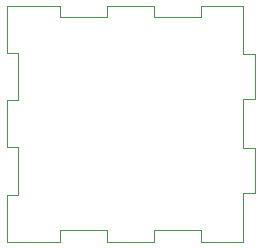
<source format=gbr>
%TF.GenerationSoftware,KiCad,Pcbnew,(5.1.10)-1*%
%TF.CreationDate,2021-06-06T01:41:03+08:00*%
%TF.ProjectId,WS2812B1,57533238-3132-4423-912e-6b696361645f,rev?*%
%TF.SameCoordinates,Original*%
%TF.FileFunction,Profile,NP*%
%FSLAX46Y46*%
G04 Gerber Fmt 4.6, Leading zero omitted, Abs format (unit mm)*
G04 Created by KiCad (PCBNEW (5.1.10)-1) date 2021-06-06 01:41:03*
%MOMM*%
%LPD*%
G01*
G04 APERTURE LIST*
%TA.AperFunction,Profile*%
%ADD10C,0.050000*%
%TD*%
G04 APERTURE END LIST*
D10*
X60400000Y-75500000D02*
X55900000Y-75500000D01*
X60400000Y-76500000D02*
X60400000Y-75500000D01*
X64400000Y-76500000D02*
X60400000Y-76500000D01*
X64400000Y-75500000D02*
X64400000Y-76500000D01*
X68400000Y-75500000D02*
X64400000Y-75500000D01*
X68400000Y-76500000D02*
X68400000Y-75500000D01*
X72400000Y-76500000D02*
X68400000Y-76500000D01*
X72400000Y-75500000D02*
X72400000Y-76500000D01*
X75900000Y-75500000D02*
X72400000Y-75500000D01*
X75900000Y-79600000D02*
X75900000Y-75500000D01*
X76900000Y-79600000D02*
X75900000Y-79600000D01*
X76900000Y-83400000D02*
X76900000Y-79600000D01*
X75900000Y-83400000D02*
X76900000Y-83400000D01*
X75900000Y-87600000D02*
X75900000Y-83400000D01*
X76900000Y-87600000D02*
X75900000Y-87600000D01*
X76900000Y-91400000D02*
X76900000Y-87600000D01*
X75900000Y-91400000D02*
X76900000Y-91400000D01*
X75900000Y-95500000D02*
X75900000Y-91400000D01*
X72400000Y-95500000D02*
X75900000Y-95500000D01*
X72400000Y-94500000D02*
X72400000Y-95500000D01*
X68400000Y-94500000D02*
X72400000Y-94500000D01*
X68400000Y-95500000D02*
X68400000Y-94500000D01*
X64400000Y-95500000D02*
X68400000Y-95500000D01*
X64400000Y-94500000D02*
X64400000Y-95500000D01*
X60400000Y-94500000D02*
X64400000Y-94500000D01*
X60400000Y-95500000D02*
X60400000Y-94500000D01*
X55900000Y-95500000D02*
X60400000Y-95500000D01*
X55900000Y-91500000D02*
X55900000Y-95500000D01*
X56900000Y-91500000D02*
X55900000Y-91500000D01*
X56900000Y-87500000D02*
X56900000Y-91500000D01*
X55900000Y-79500000D02*
X55900000Y-75500000D01*
X55900000Y-87500000D02*
X56900000Y-87500000D01*
X55900000Y-83500000D02*
X55900000Y-87500000D01*
X56900000Y-83500000D02*
X55900000Y-83500000D01*
X56900000Y-79500000D02*
X56900000Y-83500000D01*
X55900000Y-79500000D02*
X56900000Y-79500000D01*
M02*

</source>
